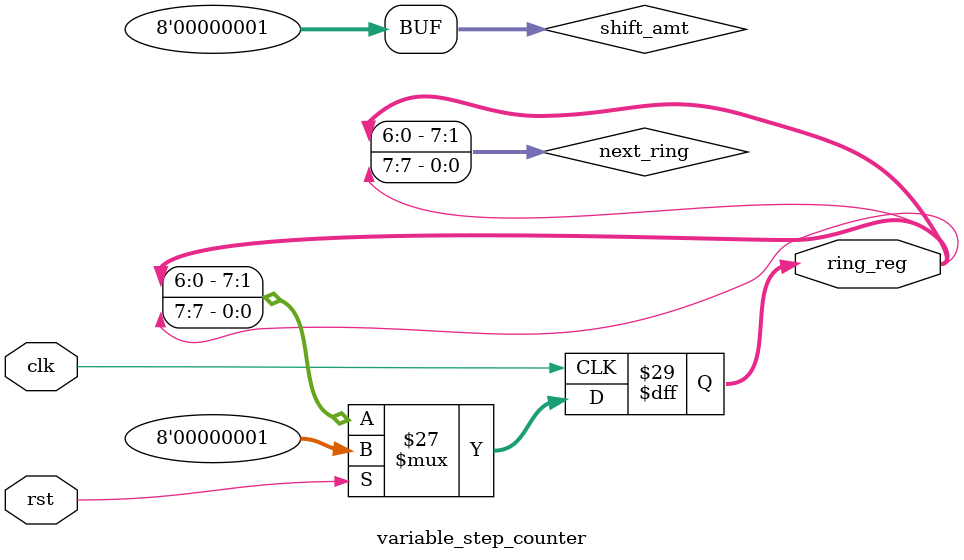
<source format=sv>
module variable_step_counter #(parameter STEP=1) (
    input  wire clk, rst,
    output reg  [7:0] ring_reg
);
    // 内部信号定义
    wire [7:0] next_ring;
    wire [7:0] shift_amt;

    // 参数转换为信号
    assign shift_amt = STEP[7:0];

    // 实现基于先行借位逻辑的移位操作
    genvar i;
    generate
        for (i = 0; i < 8; i = i + 1) begin : shift_gen
            assign next_ring[i] = ring_reg[(i + 8 - shift_amt) % 8];
        end
    endgenerate

    // 寄存器复位和更新逻辑
    always @(posedge clk) begin
        if (rst)
            ring_reg <= 8'h01;
        else
            ring_reg <= next_ring;
    end
endmodule
</source>
